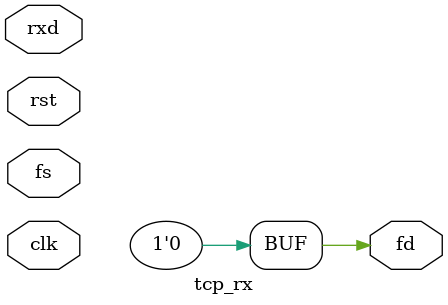
<source format=v>
module tcp_rx(
    input clk,
    input rst,

    input fs,
    output fd,

    input [7:0] rxd
);

    assign fd = 1'b0;

endmodule
</source>
